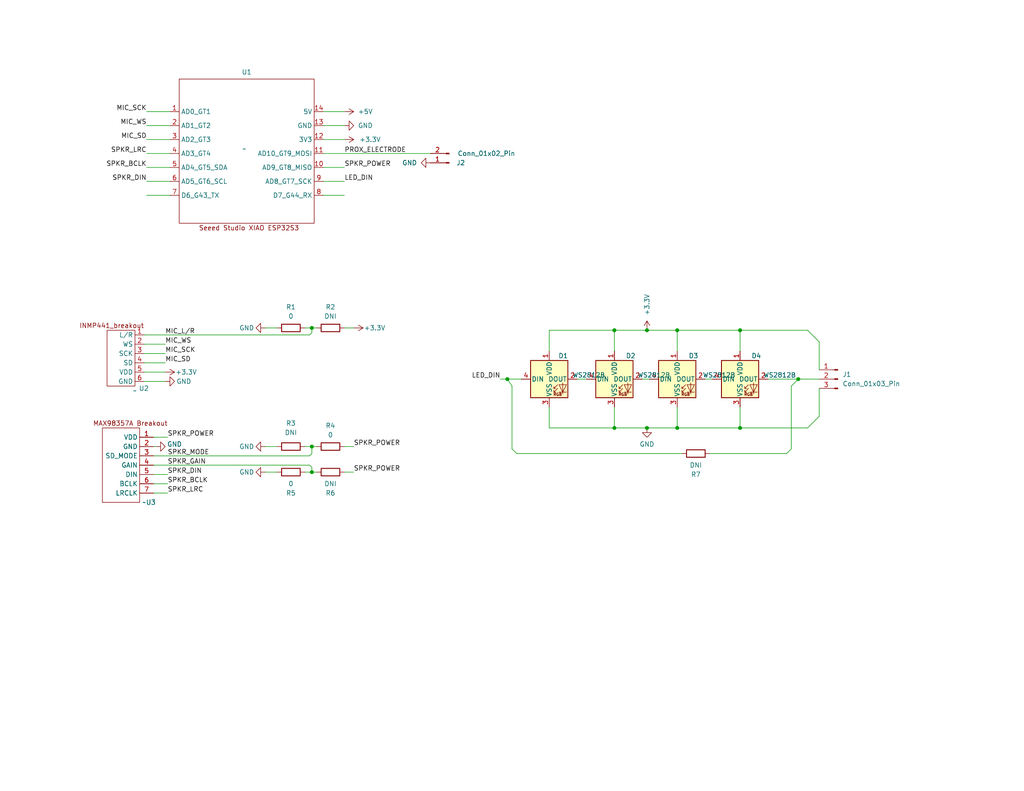
<source format=kicad_sch>
(kicad_sch (version 20230121) (generator eeschema)
  (paper "USLetter")
  (title_block (title "BottleNode") (date "2023-09-18") (rev "1.0"))
  (lib_symbols
    (symbol "BottleNode_symbols:INMP441_breakout"
      (property "Reference" "U" (at 0 0 0))
      (symbol "INMP441_breakout_0_1"
        (rectangle (start 0 16.51) (end 7.62 1.27))
      )
      (symbol "INMP441_breakout_1_0"
        (pin passive line (at -2.54 15.24 0) (length 2.54) (name "L/R") (number "1"))
        (pin passive line (at -2.54 12.7 0) (length 2.54) (name "WS") (number "2"))
        (pin passive line (at -2.54 10.16 0) (length 2.54) (name "SCK") (number "3"))
        (pin passive line (at -2.54 7.62 0) (length 2.54) (name "SD") (number "4"))
        (pin passive line (at -2.54 5.08 0) (length 2.54) (name "VDD") (number "5"))
        (pin passive line (at -2.54 2.54 0) (length 2.54) (name "GND") (number "6"))
      )
      (symbol "INMP441_breakout_1_1"
        (text "INMP441_breakout" (at 6.35 17.78 0) (effects (font (size 1.27 1.27))))
      )
    )
    (symbol "BottleNode_symbols:MAX98357A_adafruit_breakout"
      (property "Reference" "U" (at 8.89 -1.27 0))
      (symbol "MAX98357A_adafruit_breakout_0_1"
        (rectangle (start 3.81 20.32) (end 13.97 0))
      )
      (symbol "MAX98357A_adafruit_breakout_1_1"
        (text "MAX98357A Breakout" (at 6.35 21.59 0) (effects (font (size 1.27 1.27))))
        (pin passive line (at 0 17.78 0) (length 3.81) (name "VDD") (number "1"))
        (pin passive line (at 0 15.24 0) (length 3.81) (name "GND") (number "2"))
        (pin passive line (at 0 12.7 0) (length 3.81) (name "SD_MODE") (number "3"))
        (pin passive line (at 0 10.16 0) (length 3.81) (name "GAIN") (number "4"))
        (pin passive line (at 0 7.62 0) (length 3.81) (name "DIN") (number "5"))
        (pin passive line (at 0 5.08 0) (length 3.81) (name "BCLK") (number "6"))
        (pin passive line (at 0 2.54 0) (length 3.81) (name "LRCLK") (number "7"))
      )
    )
    (symbol "BottleNode_symbols:Seeed_Studio_XIAO_ESP32S3"
      (property "Reference" "U" (at -17.78 -21.59 0))
      (symbol "Seeed_Studio_XIAO_ESP32S3_0_1"
        (rectangle (start -17.78 19.05) (end 19.05 -20.32))
      )
      (symbol "Seeed_Studio_XIAO_ESP32S3_1_1"
        (text "Seeed Studio XIAO ESP32S3" (at 1.27 -21.59 0) (effects (font (size 1.27 1.27))))
        (pin passive line (at -20.32 10.16 0) (length 2.54) (name "AD0_GT1") (number "1"))
        (pin passive line (at 21.59 -5.08 180) (length 2.54) (name "AD9_GT8_MISO") (number "10"))
        (pin passive line (at 21.59 -1.27 180) (length 2.54) (name "AD10_GT9_MOSI") (number "11"))
        (pin power_out line (at 21.59 2.54 180) (length 2.54) (name "3V3") (number "12"))
        (pin power_out line (at 21.59 6.35 180) (length 2.54) (name "GND") (number "13"))
        (pin power_out line (at 21.59 10.16 180) (length 2.54) (name "5V") (number "14"))
        (pin passive line (at -20.32 6.35 0) (length 2.54) (name "AD1_GT2") (number "2"))
        (pin passive line (at -20.32 2.54 0) (length 2.54) (name "AD2_GT3") (number "3"))
        (pin passive line (at -20.32 -1.27 0) (length 2.54) (name "AD3_GT4") (number "4"))
        (pin passive line (at -20.32 -5.08 0) (length 2.54) (name "AD4_GT5_SDA") (number "5"))
        (pin passive line (at -20.32 -8.89 0) (length 2.54) (name "AD5_GT6_SCL") (number "6"))
        (pin passive line (at -20.32 -12.7 0) (length 2.54) (name "D6_G43_TX") (number "7"))
        (pin passive line (at 21.59 -12.7 180) (length 2.54) (name "D7_G44_RX") (number "8"))
        (pin passive line (at 21.59 -8.89 180) (length 2.54) (name "AD8_GT7_SCK") (number "9"))
      )
    )
    (symbol "Connector:Conn_01x02_Pin" (pin_names (offset 1.016) hide)
      (property "Reference" "J" (at 0 2.54 0))
      (property "Value" "Conn_01x02_Pin" (at 0 -5.08 0))
      (symbol "Conn_01x02_Pin_1_1"
        (polyline (pts (xy 1.27 -2.54) (xy 0.8636 -2.54)) (stroke (width 0.1524)))
        (polyline (pts (xy 1.27 0) (xy 0.8636 0)) (stroke (width 0.1524)))
        (rectangle (start 0.8636 -2.413) (end 0 -2.667) (stroke (width 0.1524)) (fill (type outline)))
        (rectangle (start 0.8636 0.127) (end 0 -0.127) (stroke (width 0.1524)) (fill (type outline)))
        (pin passive line (at 5.08 0 180) (length 3.81) (name "Pin_1") (number "1"))
        (pin passive line (at 5.08 -2.54 180) (length 3.81) (name "Pin_2") (number "2"))
      )
    )
    (symbol "Connector:Conn_01x03_Pin" (pin_names (offset 1.016) hide)
      (property "Reference" "J" (at 0 5.08 0))
      (property "Value" "Conn_01x03_Pin" (at 0 -5.08 0))
      (symbol "Conn_01x03_Pin_1_1"
        (polyline (pts (xy 1.27 -2.54) (xy 0.8636 -2.54)) (stroke (width 0.1524)))
        (polyline (pts (xy 1.27 0) (xy 0.8636 0)) (stroke (width 0.1524)))
        (polyline (pts (xy 1.27 2.54) (xy 0.8636 2.54)) (stroke (width 0.1524)))
        (rectangle (start 0.8636 -2.413) (end 0 -2.667) (stroke (width 0.1524)) (fill (type outline)))
        (rectangle (start 0.8636 0.127) (end 0 -0.127) (stroke (width 0.1524)) (fill (type outline)))
        (rectangle (start 0.8636 2.667) (end 0 2.413) (stroke (width 0.1524)) (fill (type outline)))
        (pin passive line (at 5.08 2.54 180) (length 3.81) (name "Pin_1") (number "1"))
        (pin passive line (at 5.08 0 180) (length 3.81) (name "Pin_2") (number "2"))
        (pin passive line (at 5.08 -2.54 180) (length 3.81) (name "Pin_3") (number "3"))
      )
    )
    (symbol "Device:R" (pin_numbers hide) (pin_names (offset 0))
      (property "Reference" "R" (at 2.032 0 90))
      (property "Value" "R" (at 0 0 90))
      (symbol "R_0_1"
        (rectangle (start -1.016 -2.54) (end 1.016 2.54) (stroke (width 0.254)))
      )
      (symbol "R_1_1"
        (pin passive line (at 0 3.81 270) (length 1.27) (name "~") (number "1"))
        (pin passive line (at 0 -3.81 90) (length 1.27) (name "~") (number "2"))
      )
    )
    (symbol "LED:WS2812B" (pin_names (offset 0.254))
      (property "Reference" "D" (at 5.08 5.715 0))
      (property "Value" "WS2812B" (at 1.27 -5.715 0))
      (symbol "WS2812B_0_0"
        (text "RGB" (at 2.286 -4.191 0) (effects (font (size 0.762 0.762))))
      )
      (symbol "WS2812B_0_1"
        (polyline (pts (xy 1.27 -3.556) (xy 1.778 -3.556)))
        (polyline (pts (xy 1.27 -2.54) (xy 1.778 -2.54)))
        (polyline (pts (xy 4.699 -3.556) (xy 2.667 -3.556)))
        (polyline (pts (xy 2.286 -2.54) (xy 1.27 -3.556) (xy 1.27 -3.048)))
        (polyline (pts (xy 2.286 -1.524) (xy 1.27 -2.54) (xy 1.27 -2.032)))
        (polyline (pts (xy 3.683 -1.016) (xy 3.683 -3.556) (xy 3.683 -4.064)))
        (polyline (pts (xy 4.699 -1.524) (xy 2.667 -1.524) (xy 3.683 -3.556) (xy 4.699 -1.524)))
        (rectangle (start 5.08 5.08) (end -5.08 -5.08) (stroke (width 0.254)) (fill (type background)))
      )
      (symbol "WS2812B_1_1"
        (pin power_in line (at 0 7.62 270) (length 2.54) (name "VDD") (number "1"))
        (pin output line (at 7.62 0 180) (length 2.54) (name "DOUT") (number "2"))
        (pin power_in line (at 0 -7.62 90) (length 2.54) (name "VSS") (number "3"))
        (pin input line (at -7.62 0 0) (length 2.54) (name "DIN") (number "4"))
      )
    )
    (symbol "power:+3.3V" (power) (pin_names (offset 0))
      (property "Value" "+3.3V" (at 0 3.556 0))
      (symbol "+3.3V_0_1"
        (polyline (pts (xy -0.762 1.27) (xy 0 2.54)))
        (polyline (pts (xy 0 0) (xy 0 2.54)))
        (polyline (pts (xy 0 2.54) (xy 0.762 1.27)))
      )
      (symbol "+3.3V_1_1"
        (pin power_in line (at 0 0 90) (length 0) hide (name "+3.3V") (number "1"))
      )
    )
    (symbol "power:+5V" (power) (pin_names (offset 0))
      (property "Value" "+5V" (at 0 3.556 0))
      (symbol "+5V_0_1"
        (polyline (pts (xy -0.762 1.27) (xy 0 2.54)))
        (polyline (pts (xy 0 0) (xy 0 2.54)))
        (polyline (pts (xy 0 2.54) (xy 0.762 1.27)))
      )
      (symbol "+5V_1_1"
        (pin power_in line (at 0 0 90) (length 0) hide (name "+5V") (number "1"))
      )
    )
    (symbol "power:GND" (power) (pin_names (offset 0))
      (property "Value" "GND" (at 0 -3.81 0))
      (symbol "GND_0_1"
        (polyline (pts (xy 0 0) (xy 0 -1.27) (xy 1.27 -1.27) (xy 0 -2.54) (xy -1.27 -1.27) (xy 0 -1.27)))
      )
      (symbol "GND_1_1"
        (pin power_in line (at 0 0 270) (length 0) hide (name "GND") (number "1"))
      )
    )
  )
  (junction (at 176.53 90.17))
  (junction (at 184.785 90.17))
  (junction (at 85.09 128.905))
  (junction (at 167.64 90.17))
  (junction (at 138.43 103.505))
  (junction (at 217.805 103.505))
  (junction (at 167.64 116.84))
  (junction (at 201.93 116.84))
  (junction (at 184.785 116.84))
  (junction (at 85.09 121.92))
  (junction (at 176.53 116.84))
  (junction (at 201.93 90.17))
  (junction (at 85.09 89.535))
  (wire (pts (xy 85.09 89.535) (xy 86.36 89.535)))
  (wire (pts (xy 215.9 105.41) (xy 217.805 103.505)))
  (wire (pts (xy 40.005 49.53) (xy 46.355 49.53)))
  (wire (pts (xy 41.91 124.46) (xy 84.455 124.46)))
  (wire (pts (xy 93.98 89.535) (xy 96.52 89.535)))
  (wire (pts (xy 85.09 127.635) (xy 85.09 128.905)))
  (wire (pts (xy 39.37 96.52) (xy 45.085 96.52)))
  (wire (pts (xy 149.86 90.17) (xy 149.86 95.885)))
  (wire (pts (xy 220.345 90.17) (xy 223.52 93.345)))
  (wire (pts (xy 72.39 128.905) (xy 75.565 128.905)))
  (wire (pts (xy 39.37 99.06) (xy 45.085 99.06)))
  (wire (pts (xy 41.91 119.38) (xy 45.72 119.38)))
  (wire (pts (xy 192.405 103.505) (xy 194.31 103.505)))
  (wire (pts (xy 139.7 105.41) (xy 139.7 122.555)))
  (wire (pts (xy 149.86 90.17) (xy 167.64 90.17)))
  (wire (pts (xy 84.455 127) (xy 85.09 127.635)))
  (wire (pts (xy 167.64 111.125) (xy 167.64 116.84)))
  (wire (pts (xy 40.005 45.72) (xy 46.355 45.72)))
  (wire (pts (xy 41.91 132.08) (xy 45.72 132.08)))
  (wire (pts (xy 83.185 89.535) (xy 85.09 89.535)))
  (wire (pts (xy 83.185 121.92) (xy 85.09 121.92)))
  (wire (pts (xy 93.98 128.905) (xy 96.52 128.905)))
  (wire (pts (xy 193.675 123.825) (xy 214.63 123.825)))
  (wire (pts (xy 167.64 90.17) (xy 167.64 95.885)))
  (wire (pts (xy 175.26 103.505) (xy 177.165 103.505)))
  (wire (pts (xy 167.64 116.84) (xy 176.53 116.84)))
  (wire (pts (xy 176.53 90.17) (xy 184.785 90.17)))
  (wire (pts (xy 41.91 129.54) (xy 45.72 129.54)))
  (wire (pts (xy 184.785 90.17) (xy 201.93 90.17)))
  (wire (pts (xy 40.005 34.29) (xy 46.355 34.29)))
  (wire (pts (xy 88.265 45.72) (xy 93.98 45.72)))
  (wire (pts (xy 201.93 90.17) (xy 201.93 95.885)))
  (wire (pts (xy 149.86 116.84) (xy 167.64 116.84)))
  (wire (pts (xy 140.97 123.825) (xy 186.055 123.825)))
  (wire (pts (xy 136.525 103.505) (xy 138.43 103.505)))
  (wire (pts (xy 149.86 111.125) (xy 149.86 116.84)))
  (wire (pts (xy 72.39 121.92) (xy 75.565 121.92)))
  (wire (pts (xy 88.265 41.91) (xy 117.475 41.91)))
  (wire (pts (xy 84.455 124.46) (xy 85.09 123.825)))
  (wire (pts (xy 223.52 106.045) (xy 223.52 113.665)))
  (wire (pts (xy 88.265 30.48) (xy 93.98 30.48)))
  (wire (pts (xy 39.37 101.6) (xy 45.085 101.6)))
  (wire (pts (xy 72.39 89.535) (xy 75.565 89.535)))
  (wire (pts (xy 215.9 105.41) (xy 215.9 122.555)))
  (wire (pts (xy 215.9 122.555) (xy 214.63 123.825)))
  (wire (pts (xy 93.98 38.1) (xy 88.265 38.1)))
  (wire (pts (xy 184.785 116.84) (xy 201.93 116.84)))
  (wire (pts (xy 41.91 134.62) (xy 45.72 134.62)))
  (wire (pts (xy 39.37 104.14) (xy 45.085 104.14)))
  (wire (pts (xy 85.09 121.92) (xy 85.09 123.825)))
  (wire (pts (xy 40.005 53.34) (xy 46.355 53.34)))
  (wire (pts (xy 39.37 91.44) (xy 84.455 91.44)))
  (wire (pts (xy 139.7 105.41) (xy 138.43 103.505)))
  (wire (pts (xy 223.52 93.345) (xy 223.52 100.965)))
  (wire (pts (xy 40.005 30.48) (xy 46.355 30.48)))
  (wire (pts (xy 184.785 90.17) (xy 184.785 95.885)))
  (wire (pts (xy 217.805 103.505) (xy 223.52 103.505)))
  (wire (pts (xy 84.455 91.44) (xy 85.09 90.805)))
  (wire (pts (xy 138.43 103.505) (xy 142.24 103.505)))
  (wire (pts (xy 184.785 111.125) (xy 184.785 116.84)))
  (wire (pts (xy 40.005 38.1) (xy 46.355 38.1)))
  (wire (pts (xy 201.93 90.17) (xy 220.345 90.17)))
  (wire (pts (xy 88.265 49.53) (xy 93.98 49.53)))
  (wire (pts (xy 88.265 53.34) (xy 93.98 53.34)))
  (wire (pts (xy 167.64 90.17) (xy 176.53 90.17)))
  (wire (pts (xy 88.265 34.29) (xy 93.98 34.29)))
  (wire (pts (xy 201.93 116.84) (xy 220.345 116.84)))
  (wire (pts (xy 209.55 103.505) (xy 217.805 103.505)))
  (wire (pts (xy 157.48 103.505) (xy 160.02 103.505)))
  (wire (pts (xy 83.185 128.905) (xy 85.09 128.905)))
  (wire (pts (xy 85.09 128.905) (xy 86.36 128.905)))
  (wire (pts (xy 85.09 89.535) (xy 85.09 90.805)))
  (wire (pts (xy 41.91 127) (xy 84.455 127)))
  (wire (pts (xy 41.91 121.92) (xy 42.545 121.92)))
  (wire (pts (xy 39.37 93.98) (xy 45.085 93.98)))
  (wire (pts (xy 40.005 41.91) (xy 46.355 41.91)))
  (wire (pts (xy 201.93 111.125) (xy 201.93 116.84)))
  (wire (pts (xy 139.7 122.555) (xy 140.97 123.825)))
  (wire (pts (xy 176.53 116.84) (xy 184.785 116.84)))
  (wire (pts (xy 93.98 121.92) (xy 96.52 121.92)))
  (wire (pts (xy 85.09 121.92) (xy 86.36 121.92)))
  (wire (pts (xy 220.345 116.84) (xy 223.52 113.665)))
  (label "SPKR_DIN" (at 45.72 129.54 0))
  (label "SPKR_POWER" (at 96.52 121.92 0))
  (label "SPKR_POWER" (at 96.52 128.905 0))
  (label "LED_DIN" (at 93.98 49.53 0))
  (label "SPKR_LRC" (at 45.72 134.62 0))
  (label "MIC_SCK" (at 45.085 96.52 0))
  (label "SPKR_POWER" (at 45.72 119.38 0))
  (label "SPKR_GAIN" (at 45.72 127 0))
  (label "MIC_SD" (at 45.085 99.06 0))
  (label "SPKR_DIN" (at 40.005 49.53 180))
  (label "MIC_WS" (at 45.085 93.98 0))
  (label "SPKR_MODE" (at 45.72 124.46 0))
  (label "LED_DIN" (at 136.525 103.505 180))
  (label "PROX_ELECTRODE" (at 93.98 41.91 0))
  (label "MIC_SCK" (at 40.005 30.48 180))
  (label "SPKR_LRC" (at 40.005 41.91 180))
  (label "MIC_SD" (at 40.005 38.1 180))
  (label "SPKR_BCLK" (at 45.72 132.08 0))
  (label "SPKR_POWER" (at 93.98 45.72 0))
  (label "MIC_WS" (at 40.005 34.29 180))
  (label "SPKR_BCLK" (at 40.005 45.72 180))
  (label "MIC_L{slash}R" (at 45.085 91.44 0))
  (symbol (lib_id "Device:R") (at 90.17 128.905 270) (mirror x) (unit 1)
    (property "Reference" "R6" (at 90.17 134.62 90))
    (property "Value" "DNI" (at 90.17 132.08 90))
    (property "Footprint" "Resistor_SMD:R_0603_1608Metric_Pad0.98x0.95mm_HandSolder" (effects hide))
  )
  (symbol (lib_id "LED:WS2812B") (at 201.93 103.505 0) (unit 1)
    (property "Reference" "D4" (at 206.375 97.155 0))
    (property "Value" "WS2812B" (at 212.725 102.3971 0))
    (property "Footprint" "LED_SMD:LED_WS2812B_PLCC4_5.0x5.0mm_P3.2mm" (effects hide))
    (property "Datasheet" "https://cdn-shop.adafruit.com/datasheets/WS2812B.pdf" (effects hide))
  )
  (symbol (lib_id "power:+3.3V") (at 176.53 90.17 0) (unit 1)
    (property "Reference" "#PWR011" (effects hide))
    (property "Value" "+3.3V" (at 176.53 83.185 90))
  )
  (symbol (lib_id "power:GND") (at 72.39 89.535 270) (unit 1)
    (property "Reference" "#PWR06" (effects hide))
    (property "Value" "GND" (at 67.31 89.535 90))
  )
  (symbol (lib_id "power:+5V") (at 93.98 30.48 270) (unit 1)
    (property "Reference" "#PWR07" (effects hide))
    (property "Value" "+5V" (at 99.695 30.48 90))
  )
  (symbol (lib_id "power:GND") (at 45.085 104.14 90) (unit 1)
    (property "Reference" "#PWR03" (effects hide))
    (property "Value" "GND" (at 50.165 104.14 90))
  )
  (symbol (lib_id "Connector:Conn_01x02_Pin") (at 122.555 44.45 180) (unit 1)
    (property "Reference" "J2" (at 125.73 44.45 0))
    (property "Value" "Conn_01x02_Pin" (at 132.715 41.91 0))
    (property "Footprint" "Connector_PinHeader_2.54mm:PinHeader_1x02_P2.54mm_Vertical" (effects hide))
  )
  (symbol (lib_id "power:+3.3V") (at 96.52 89.535 270) (unit 1)
    (property "Reference" "#PWR010" (effects hide))
    (property "Value" "+3.3V" (at 102.235 89.535 90))
  )
  (symbol (lib_id "Device:R") (at 90.17 121.92 270) (unit 1)
    (property "Reference" "R4" (at 90.17 116.205 90))
    (property "Value" "0" (at 90.17 118.745 90))
    (property "Footprint" "Resistor_SMD:R_0603_1608Metric_Pad0.98x0.95mm_HandSolder" (effects hide))
  )
  (symbol (lib_id "BottleNode_symbols:INMP441_breakout") (at 36.83 106.68 0) (mirror y) (unit 1)
    (property "Reference" "U2" (at 40.64 106.045 0) (effects (justify left)))
    (property "Value" "~" (at 36.83 106.68 0))
    (property "Footprint" "BottleNode_footprints:INMP441_breakout" (effects hide))
  )
  (symbol (lib_id "power:GND") (at 72.39 121.92 270) (unit 1)
    (property "Reference" "#PWR04" (effects hide))
    (property "Value" "GND" (at 67.31 121.92 90))
  )
  (symbol (lib_id "Device:R") (at 79.375 121.92 270) (unit 1)
    (property "Reference" "R3" (at 79.375 115.57 90))
    (property "Value" "DNI" (at 79.375 118.11 90))
    (property "Footprint" "Resistor_SMD:R_0603_1608Metric_Pad0.98x0.95mm_HandSolder" (effects hide))
  )
  (symbol (lib_id "LED:WS2812B") (at 167.64 103.505 0) (unit 1)
    (property "Reference" "D2" (at 172.085 97.155 0))
    (property "Value" "WS2812B" (at 178.435 102.3971 0))
    (property "Footprint" "LED_SMD:LED_WS2812B_PLCC4_5.0x5.0mm_P3.2mm" (effects hide))
    (property "Datasheet" "https://cdn-shop.adafruit.com/datasheets/WS2812B.pdf" (effects hide))
  )
  (symbol (lib_id "BottleNode_symbols:MAX98357A_adafruit_breakout") (at 41.91 137.16 0) (mirror y) (unit 1)
    (property "Reference" "U3" (at 42.545 137.16 0) (effects (justify left)))
    (property "Value" "~" (at 39.37 137.16 0))
    (property "Footprint" "BottleNode_footprints:MAX98357A_adafruit_breakout" (effects hide))
  )
  (symbol (lib_id "Device:R") (at 79.375 128.905 270) (mirror x) (unit 1)
    (property "Reference" "R5" (at 79.375 134.62 90))
    (property "Value" "0" (at 79.375 132.08 90))
    (property "Footprint" "Resistor_SMD:R_0603_1608Metric_Pad0.98x0.95mm_HandSolder" (effects hide))
  )
  (symbol (lib_id "Device:R") (at 189.865 123.825 270) (mirror x) (unit 1)
    (property "Reference" "R7" (at 189.865 129.54 90))
    (property "Value" "DNI" (at 189.865 127 90))
    (property "Footprint" "Resistor_SMD:R_0603_1608Metric_Pad0.98x0.95mm_HandSolder" (effects hide))
  )
  (symbol (lib_id "BottleNode_symbols:Seeed_Studio_XIAO_ESP32S3") (at 66.675 40.64 0) (unit 1)
    (property "Reference" "U1" (at 67.31 19.685 0))
    (property "Value" "~" (at 66.675 40.64 0))
    (property "Footprint" "Seeed Studio XIAO Series Library:XIAO-Generic-Hybrid-14P-2.54-21X17.8MM" (effects hide))
  )
  (symbol (lib_id "power:GND") (at 42.545 121.92 90) (unit 1)
    (property "Reference" "#PWR01" (effects hide))
    (property "Value" "GND" (at 47.625 121.285 90))
  )
  (symbol (lib_id "Device:R") (at 79.375 89.535 270) (unit 1)
    (property "Reference" "R1" (at 79.375 83.82 90))
    (property "Value" "0" (at 79.375 86.36 90))
    (property "Footprint" "Resistor_SMD:R_0603_1608Metric_Pad0.98x0.95mm_HandSolder" (effects hide))
  )
  (symbol (lib_id "Connector:Conn_01x03_Pin") (at 228.6 103.505 0) (mirror y) (unit 1)
    (property "Reference" "J1" (at 229.87 102.235 0) (effects (justify right)))
    (property "Value" "Conn_01x03_Pin" (at 229.87 104.775 0) (effects (justify right)))
    (property "Footprint" "Connector_PinHeader_2.54mm:PinHeader_1x03_P2.54mm_Vertical" (effects hide))
  )
  (symbol (lib_id "power:+3.3V") (at 45.085 101.6 270) (unit 1)
    (property "Reference" "#PWR02" (effects hide))
    (property "Value" "+3.3V" (at 50.8 101.6 90))
  )
  (symbol (lib_id "LED:WS2812B") (at 149.86 103.505 0) (unit 1)
    (property "Reference" "D1" (at 153.67 97.155 0))
    (property "Value" "WS2812B" (at 160.655 102.3971 0))
    (property "Footprint" "LED_SMD:LED_WS2812B_PLCC4_5.0x5.0mm_P3.2mm" (effects hide))
    (property "Datasheet" "https://cdn-shop.adafruit.com/datasheets/WS2812B.pdf" (effects hide))
  )
  (symbol (lib_id "power:+3.3V") (at 93.98 38.1 270) (unit 1)
    (property "Reference" "#PWR09" (effects hide))
    (property "Value" "+3.3V" (at 100.965 38.1 90))
  )
  (symbol (lib_id "power:GND") (at 176.53 116.84 0) (unit 1)
    (property "Reference" "#PWR012" (effects hide))
    (property "Value" "GND" (at 176.53 121.285 0))
  )
  (symbol (lib_id "LED:WS2812B") (at 184.785 103.505 0) (unit 1)
    (property "Reference" "D3" (at 189.23 97.155 0))
    (property "Value" "WS2812B" (at 196.215 102.3971 0))
    (property "Footprint" "LED_SMD:LED_WS2812B_PLCC4_5.0x5.0mm_P3.2mm" (effects hide))
    (property "Datasheet" "https://cdn-shop.adafruit.com/datasheets/WS2812B.pdf" (effects hide))
  )
  (symbol (lib_id "power:GND") (at 93.98 34.29 90) (unit 1)
    (property "Reference" "#PWR08" (effects hide))
    (property "Value" "GND" (at 99.695 34.29 90))
  )
  (symbol (lib_id "power:GND") (at 117.475 44.45 270) (unit 1)
    (property "Reference" "#PWR013" (effects hide))
    (property "Value" "GND" (at 111.76 44.45 90))
  )
  (symbol (lib_id "Device:R") (at 90.17 89.535 270) (unit 1)
    (property "Reference" "R2" (at 90.17 83.82 90))
    (property "Value" "DNI" (at 90.17 86.36 90))
    (property "Footprint" "Resistor_SMD:R_0603_1608Metric_Pad0.98x0.95mm_HandSolder" (effects hide))
  )
  (symbol (lib_id "power:GND") (at 72.39 128.905 270) (unit 1)
    (property "Reference" "#PWR05" (effects hide))
    (property "Value" "GND" (at 67.31 128.905 90))
  )
)
</source>
